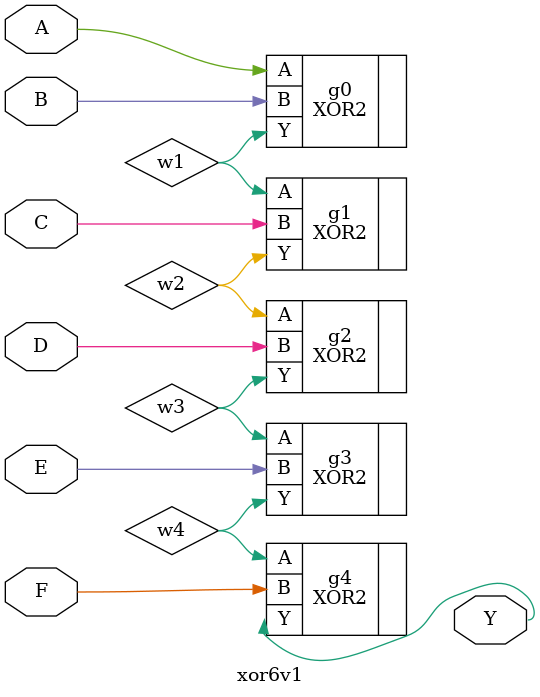
<source format=v>
module xor6v1  ( 
    A, B, C, D, E, F,
    Y  );
  input  A, B, C, D, E, F;
  output Y;
  wire w1, w2, w3, w4;
  XOR2 g0(.A(A), .B(B), .Y(w1));
  XOR2 g1(.A(w1), .B(C), .Y(w2));
  XOR2 g2(.A(w2), .B(D), .Y(w3));
  XOR2 g3(.A(w3), .B(E), .Y(w4));
  XOR2 g4(.A(w4), .B(F), .Y(Y));
endmodule


</source>
